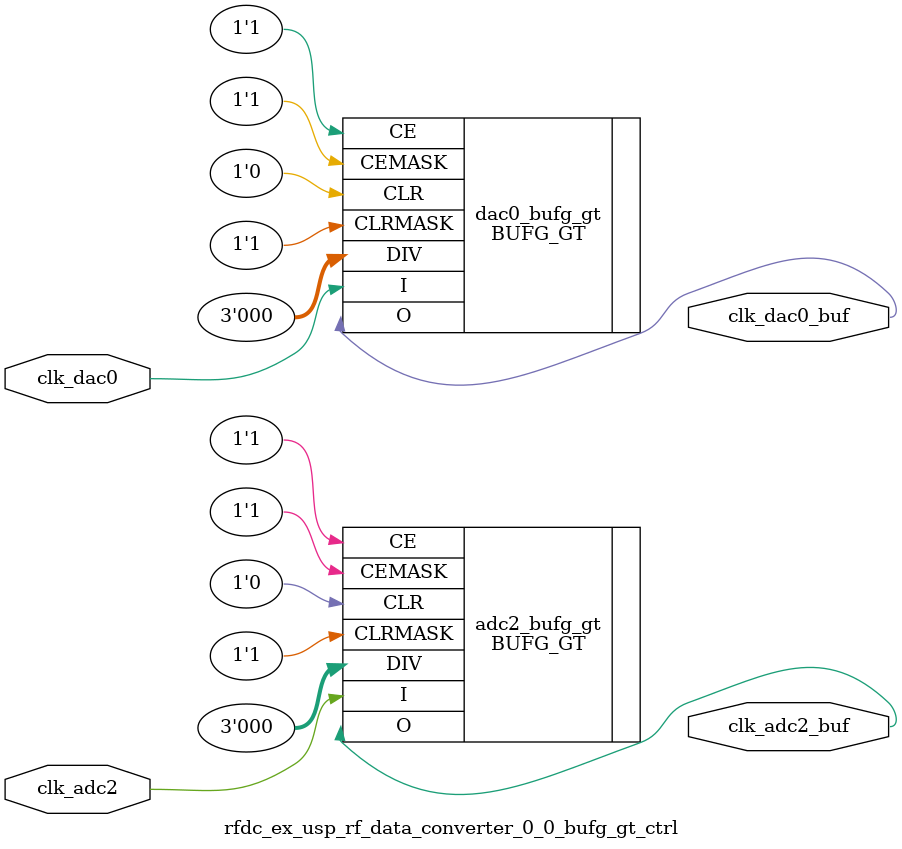
<source format=v>


`timescale 1ns / 1ps

(* DowngradeIPIdentifiedWarnings="yes" *)
module rfdc_ex_usp_rf_data_converter_0_0_bufg_gt_ctrl (
  // DAC Fabric Feedback Clock for Tile 0
  input    clk_dac0,
  output   clk_dac0_buf,
      
  // ADC Fabric Feedback Clock for Tile 2
  input    clk_adc2,
  
  output   clk_adc2_buf
    
);

  BUFG_GT dac0_bufg_gt
  (
    .I       (clk_dac0),
    .CE      (1'b1),
    .CEMASK  (1'b1),
    .CLR     (1'b0),
    .CLRMASK (1'b1),
    .DIV     (3'b000),
    .O       (clk_dac0_buf)
  );  

 
  BUFG_GT adc2_bufg_gt
  (
    .I       (clk_adc2),
    .CE      (1'b1),
    .CEMASK  (1'b1),
    .CLR     (1'b0),
    .CLRMASK (1'b1),
    .DIV     (3'b000),
    .O       (clk_adc2_buf)
  );  

endmodule

</source>
